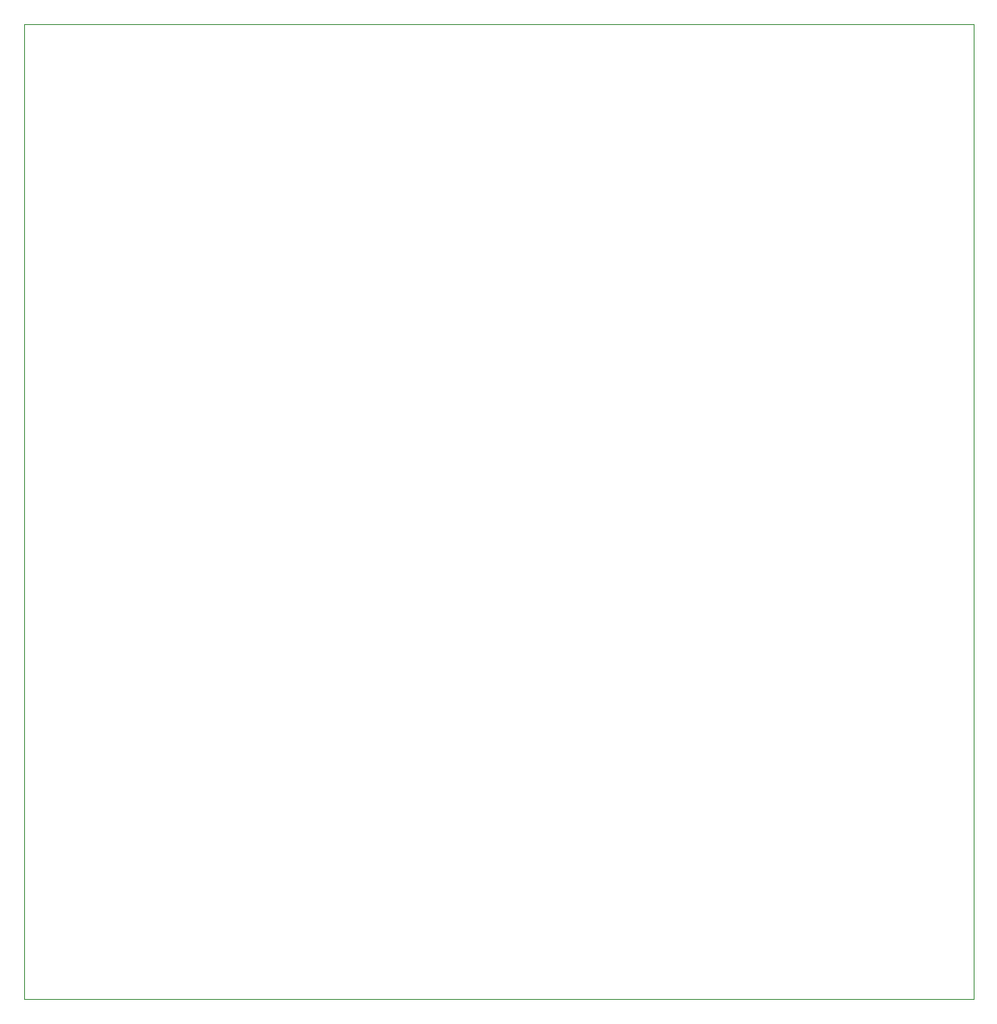
<source format=gbr>
%TF.GenerationSoftware,KiCad,Pcbnew,5.1.10*%
%TF.CreationDate,2021-09-24T20:54:15+02:00*%
%TF.ProjectId,ucdev_board,75636465-765f-4626-9f61-72642e6b6963,rev?*%
%TF.SameCoordinates,Original*%
%TF.FileFunction,Profile,NP*%
%FSLAX46Y46*%
G04 Gerber Fmt 4.6, Leading zero omitted, Abs format (unit mm)*
G04 Created by KiCad (PCBNEW 5.1.10) date 2021-09-24 20:54:15*
%MOMM*%
%LPD*%
G01*
G04 APERTURE LIST*
%TA.AperFunction,Profile*%
%ADD10C,0.050000*%
%TD*%
G04 APERTURE END LIST*
D10*
X53340000Y-25400000D02*
X149860000Y-25400000D01*
X53340000Y-124460000D02*
X53340000Y-25400000D01*
X149860000Y-124460000D02*
X53340000Y-124460000D01*
X149860000Y-25400000D02*
X149860000Y-124460000D01*
M02*

</source>
